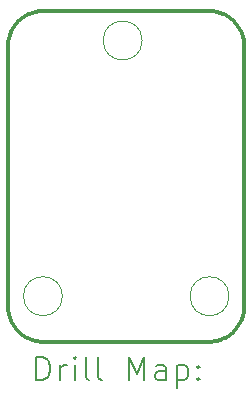
<source format=gbr>
%TF.GenerationSoftware,KiCad,Pcbnew,6.0.10+dfsg-1~bpo11+1*%
%TF.CreationDate,2023-01-29T22:55:52-06:00*%
%TF.ProjectId,hall_pcb,68616c6c-5f70-4636-922e-6b696361645f,rev?*%
%TF.SameCoordinates,Original*%
%TF.FileFunction,Drillmap*%
%TF.FilePolarity,Positive*%
%FSLAX45Y45*%
G04 Gerber Fmt 4.5, Leading zero omitted, Abs format (unit mm)*
G04 Created by KiCad (PCBNEW 6.0.10+dfsg-1~bpo11+1) date 2023-01-29 22:55:52*
%MOMM*%
%LPD*%
G01*
G04 APERTURE LIST*
%ADD10C,0.349999*%
%ADD11C,0.100000*%
%ADD12C,0.200000*%
G04 APERTURE END LIST*
D10*
X12762749Y-5067968D02*
X12776875Y-5064048D01*
X14308800Y-5060818D02*
X14323125Y-5064048D01*
X14294301Y-7851712D02*
X14279651Y-7853532D01*
X12820349Y-5056468D02*
X12835124Y-5055369D01*
X12608867Y-7733481D02*
X12600403Y-7721440D01*
X14264876Y-5055369D02*
X14279651Y-5056468D01*
X14546712Y-5310699D02*
X14548532Y-5325349D01*
X12600403Y-7721440D02*
X12592558Y-7709027D01*
X12776875Y-5064048D02*
X12791200Y-5060818D01*
X14532433Y-7656152D02*
X14527164Y-7669805D01*
X12572836Y-7669805D02*
X12567567Y-7656152D01*
X12637868Y-5142868D02*
X12648648Y-5132610D01*
X12617939Y-5164873D02*
X12627610Y-5153648D01*
X12600403Y-5188560D02*
X12608867Y-5176518D01*
X14440127Y-7787060D02*
X14428482Y-7796133D01*
X14549631Y-5340124D02*
X14550000Y-5355000D01*
X14250000Y-5055000D02*
X14250000Y-5055000D01*
X14428482Y-7796133D02*
X14416440Y-7804596D01*
X14549631Y-7569876D02*
X14548532Y-7584651D01*
X14507442Y-5200973D02*
X14514658Y-5213733D01*
X14308800Y-7849182D02*
X14294301Y-7851712D01*
X12550369Y-5340124D02*
X12551468Y-5325349D01*
X14540952Y-5281875D02*
X14544182Y-5296200D01*
X14548532Y-5325349D02*
X14549631Y-5340124D01*
X12721815Y-5083764D02*
X12735195Y-5077836D01*
X14462132Y-5142868D02*
X14462132Y-5142868D01*
X12627610Y-7756352D02*
X12617939Y-7745127D01*
D11*
X14420000Y-7470000D02*
G75*
G03*
X14420000Y-7470000I-165000J0D01*
G01*
D10*
X12559048Y-5281875D02*
X12562968Y-5267749D01*
X14550000Y-5355000D02*
X14550000Y-7555000D01*
X12637868Y-5142868D02*
X12637868Y-5142868D01*
D11*
X13010000Y-7470000D02*
G75*
G03*
X13010000Y-7470000I-165000J0D01*
G01*
D10*
X14378185Y-5083764D02*
X14391267Y-5090342D01*
X14279651Y-7853532D02*
X14264876Y-7854631D01*
D11*
X13685000Y-5304919D02*
G75*
G03*
X13685000Y-5304919I-165000J0D01*
G01*
D10*
X12683560Y-5105403D02*
X12695973Y-5097558D01*
X12850000Y-5055000D02*
X14250000Y-5055000D01*
X12735195Y-7832164D02*
X12721815Y-7826235D01*
X12627610Y-5153648D02*
X12637868Y-5142868D01*
X12648648Y-5132610D02*
X12659873Y-5122939D01*
X12555818Y-5296200D02*
X12559048Y-5281875D01*
X12553288Y-7599301D02*
X12551468Y-7584651D01*
X12659873Y-5122939D02*
X12671518Y-5113867D01*
X14521235Y-7683185D02*
X14514658Y-7696267D01*
X12578764Y-7683185D02*
X12572836Y-7669805D01*
X14537032Y-5267749D02*
X14540952Y-5281875D01*
X14527164Y-7669805D02*
X14521235Y-7683185D01*
X14323125Y-7845952D02*
X14308800Y-7849182D01*
X14323125Y-5064048D02*
X14337250Y-5067968D01*
X12617939Y-7745127D02*
X12608867Y-7733481D01*
X12585342Y-5213733D02*
X12592558Y-5200973D01*
X12559048Y-7628125D02*
X12555818Y-7613800D01*
X14550000Y-7555000D02*
X14550000Y-7555000D01*
X14491133Y-5176518D02*
X14499596Y-5188560D01*
X12551468Y-5325349D02*
X12553288Y-5310699D01*
X12850000Y-5055000D02*
X12850000Y-5055000D01*
X12835124Y-5055369D02*
X12850000Y-5055000D01*
X14250000Y-7855000D02*
X14250000Y-7855000D01*
X14451352Y-5132610D02*
X14462132Y-5142868D01*
X12553288Y-5310699D02*
X12555818Y-5296200D01*
X12592558Y-5200973D02*
X12600403Y-5188560D01*
X12805699Y-7851712D02*
X12791200Y-7849182D01*
X14337250Y-7842032D02*
X14323125Y-7845952D01*
X14540952Y-7628125D02*
X14537032Y-7642250D01*
X12671518Y-7796133D02*
X12659873Y-7787060D01*
X12578764Y-5226815D02*
X12585342Y-5213733D01*
X14472390Y-5153648D02*
X14482060Y-5164873D01*
X14250000Y-7855000D02*
X12850000Y-7855000D01*
X12637868Y-7767132D02*
X12637868Y-7767132D01*
X14416440Y-5105403D02*
X14428482Y-5113867D01*
X14514658Y-7696267D02*
X14507442Y-7709027D01*
X12550369Y-7569876D02*
X12550000Y-7555000D01*
X12555818Y-7613800D02*
X12553288Y-7599301D01*
X12850000Y-7855000D02*
X12835124Y-7854631D01*
X12550000Y-5355000D02*
X12550000Y-5355000D01*
X12735195Y-5077836D02*
X12748848Y-5072567D01*
X12695973Y-7812441D02*
X12683560Y-7804596D01*
X12572836Y-5240195D02*
X12578764Y-5226815D01*
X12592558Y-7709027D02*
X12585342Y-7696267D01*
X14451352Y-7777390D02*
X14440127Y-7787060D01*
X14416440Y-7804596D02*
X14404027Y-7812441D01*
X14550000Y-7555000D02*
X14549631Y-7569876D01*
X14404027Y-5097558D02*
X14416440Y-5105403D01*
X14391267Y-7819658D02*
X14378185Y-7826235D01*
X12567567Y-7656152D02*
X12562968Y-7642250D01*
X14546712Y-7599301D02*
X14544182Y-7613800D01*
X14294301Y-5058288D02*
X14308800Y-5060818D01*
X12820349Y-7853532D02*
X12805699Y-7851712D01*
X12748848Y-5072567D02*
X12762749Y-5067968D01*
X12708733Y-7819658D02*
X12695973Y-7812441D01*
X14378185Y-7826235D02*
X14364805Y-7832164D01*
X12648648Y-7777390D02*
X12637868Y-7767132D01*
X14337250Y-5067968D02*
X14351152Y-5072567D01*
X12562968Y-7642250D02*
X12559048Y-7628125D01*
X14462132Y-7767132D02*
X14451352Y-7777390D01*
X14364805Y-5077836D02*
X14378185Y-5083764D01*
X14462132Y-5142868D02*
X14472390Y-5153648D01*
X12721815Y-7826235D02*
X12708733Y-7819658D01*
X12637868Y-7767132D02*
X12627610Y-7756352D01*
X12659873Y-7787060D02*
X12648648Y-7777390D01*
X14264876Y-7854631D02*
X14250000Y-7855000D01*
X12585342Y-7696267D02*
X12578764Y-7683185D01*
X12776875Y-7845952D02*
X12762749Y-7842032D01*
X14532433Y-5253848D02*
X14537032Y-5267749D01*
X14482060Y-7745127D02*
X14472390Y-7756352D01*
X14527164Y-5240195D02*
X14532433Y-5253848D01*
X14428482Y-5113867D02*
X14440127Y-5122939D01*
X14550000Y-5355000D02*
X14550000Y-5355000D01*
X14499596Y-7721440D02*
X14491133Y-7733481D01*
X14491133Y-7733481D02*
X14482060Y-7745127D01*
X14404027Y-7812441D02*
X14391267Y-7819658D01*
X12748848Y-7837433D02*
X12735195Y-7832164D01*
X12708733Y-5090342D02*
X12721815Y-5083764D01*
X12671518Y-5113867D02*
X12683560Y-5105403D01*
X12791200Y-5060818D02*
X12805699Y-5058288D01*
X14364805Y-7832164D02*
X14351152Y-7837433D01*
X14440127Y-5122939D02*
X14451352Y-5132610D01*
X14544182Y-5296200D02*
X14546712Y-5310699D01*
X14548532Y-7584651D02*
X14546712Y-7599301D01*
X12835124Y-7854631D02*
X12820349Y-7853532D01*
X14250000Y-5055000D02*
X14264876Y-5055369D01*
X14514658Y-5213733D02*
X14521235Y-5226815D01*
X14462132Y-7767132D02*
X14462132Y-7767132D01*
X12562968Y-5267749D02*
X12567567Y-5253848D01*
X12551468Y-7584651D02*
X12550369Y-7569876D01*
X12805699Y-5058288D02*
X12820349Y-5056468D01*
X14351152Y-7837433D02*
X14337250Y-7842032D01*
X14544182Y-7613800D02*
X14540952Y-7628125D01*
X14391267Y-5090342D02*
X14404027Y-5097558D01*
X12695973Y-5097558D02*
X12708733Y-5090342D01*
X14537032Y-7642250D02*
X14532433Y-7656152D01*
X12762749Y-7842032D02*
X12748848Y-7837433D01*
X14507442Y-7709027D02*
X14499596Y-7721440D01*
X12683560Y-7804596D02*
X12671518Y-7796133D01*
X12567567Y-5253848D02*
X12572836Y-5240195D01*
X12791200Y-7849182D02*
X12776875Y-7845952D01*
X12550000Y-7555000D02*
X12550000Y-5355000D01*
X14521235Y-5226815D02*
X14527164Y-5240195D01*
X12608867Y-5176518D02*
X12617939Y-5164873D01*
X12550000Y-5355000D02*
X12550369Y-5340124D01*
X12850000Y-7855000D02*
X12850000Y-7855000D01*
X14351152Y-5072567D02*
X14364805Y-5077836D01*
X14472390Y-7756352D02*
X14462132Y-7767132D01*
X14279651Y-5056468D02*
X14294301Y-5058288D01*
X14482060Y-5164873D02*
X14491133Y-5176518D01*
X14499596Y-5188560D02*
X14507442Y-5200973D01*
D12*
X12790119Y-8182976D02*
X12790119Y-7982976D01*
X12837738Y-7982976D01*
X12866310Y-7992500D01*
X12885357Y-8011547D01*
X12894881Y-8030595D01*
X12904405Y-8068690D01*
X12904405Y-8097262D01*
X12894881Y-8135357D01*
X12885357Y-8154404D01*
X12866310Y-8173452D01*
X12837738Y-8182976D01*
X12790119Y-8182976D01*
X12990119Y-8182976D02*
X12990119Y-8049643D01*
X12990119Y-8087738D02*
X12999643Y-8068690D01*
X13009167Y-8059166D01*
X13028214Y-8049643D01*
X13047262Y-8049643D01*
X13113929Y-8182976D02*
X13113929Y-8049643D01*
X13113929Y-7982976D02*
X13104405Y-7992500D01*
X13113929Y-8002024D01*
X13123452Y-7992500D01*
X13113929Y-7982976D01*
X13113929Y-8002024D01*
X13237738Y-8182976D02*
X13218691Y-8173452D01*
X13209167Y-8154404D01*
X13209167Y-7982976D01*
X13342500Y-8182976D02*
X13323452Y-8173452D01*
X13313929Y-8154404D01*
X13313929Y-7982976D01*
X13571072Y-8182976D02*
X13571072Y-7982976D01*
X13637738Y-8125833D01*
X13704405Y-7982976D01*
X13704405Y-8182976D01*
X13885357Y-8182976D02*
X13885357Y-8078214D01*
X13875833Y-8059166D01*
X13856786Y-8049643D01*
X13818691Y-8049643D01*
X13799643Y-8059166D01*
X13885357Y-8173452D02*
X13866310Y-8182976D01*
X13818691Y-8182976D01*
X13799643Y-8173452D01*
X13790119Y-8154404D01*
X13790119Y-8135357D01*
X13799643Y-8116309D01*
X13818691Y-8106785D01*
X13866310Y-8106785D01*
X13885357Y-8097262D01*
X13980595Y-8049643D02*
X13980595Y-8249643D01*
X13980595Y-8059166D02*
X13999643Y-8049643D01*
X14037738Y-8049643D01*
X14056786Y-8059166D01*
X14066310Y-8068690D01*
X14075833Y-8087738D01*
X14075833Y-8144881D01*
X14066310Y-8163928D01*
X14056786Y-8173452D01*
X14037738Y-8182976D01*
X13999643Y-8182976D01*
X13980595Y-8173452D01*
X14161548Y-8163928D02*
X14171072Y-8173452D01*
X14161548Y-8182976D01*
X14152024Y-8173452D01*
X14161548Y-8163928D01*
X14161548Y-8182976D01*
X14161548Y-8059166D02*
X14171072Y-8068690D01*
X14161548Y-8078214D01*
X14152024Y-8068690D01*
X14161548Y-8059166D01*
X14161548Y-8078214D01*
M02*

</source>
